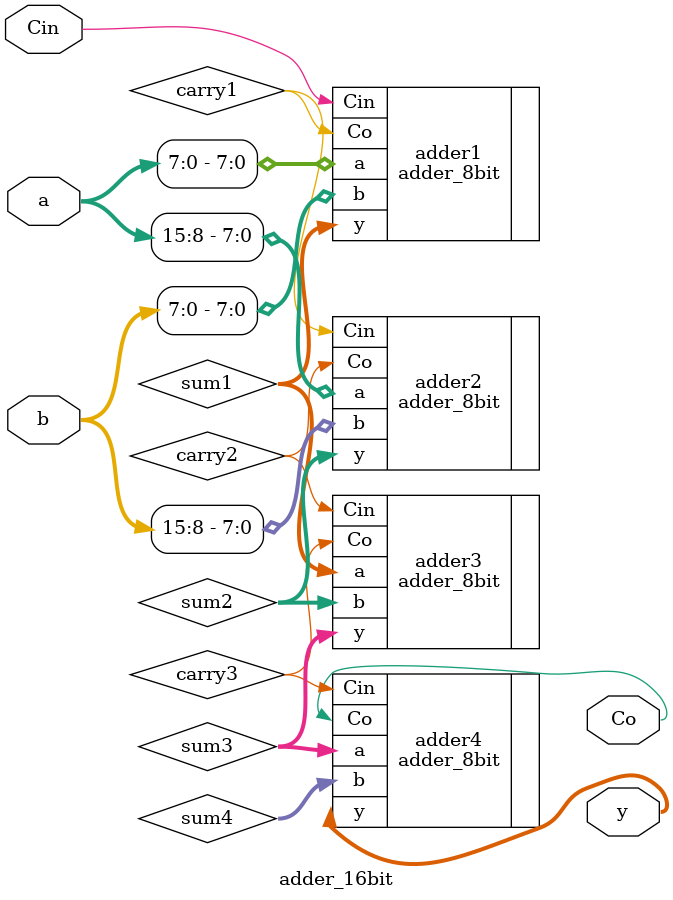
<source format=v>
module adder_16bit (
    input wire [15:0] a,
    input wire [15:0] b,
    input wire Cin,
    output wire [15:0] y,
    output wire Co
);

    wire [7:0] sum1, sum2, sum3, sum4;
    wire carry1, carry2, carry3;

    adder_8bit adder1 (.a(a[7:0]), .b(b[7:0]), .Cin(Cin), .y(sum1), .Co(carry1));
    adder_8bit adder2 (.a(a[15:8]), .b(b[15:8]), .Cin(carry1), .y(sum2), .Co(carry2));
    adder_8bit adder3 (.a(sum1), .b(sum2), .Cin(carry2), .y(sum3), .Co(carry3));
    adder_8bit adder4 (.a(sum3), .b(sum4), .Cin(carry3), .y(y), .Co(Co));

endmodule
</source>
